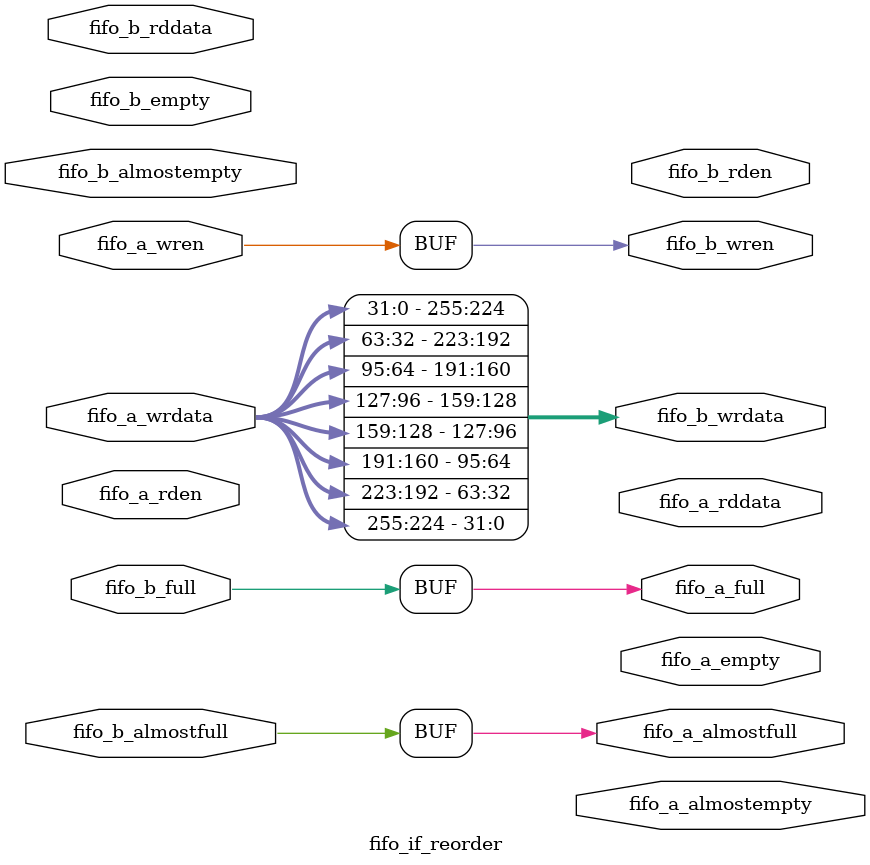
<source format=v>
module fifo_if_reorder #(
		parameter IF_TYPE = "WRITE",
		parameter IF_WIDTH = 256,
		parameter DIVISOR = 8
	)(
		// fifo write if a slv
		input [IF_WIDTH-1:0] fifo_a_wrdata,
		input fifo_a_wren,
		output fifo_a_full,
		output fifo_a_almostfull,
		// fifo write if b mst
		output [IF_WIDTH-1:0] fifo_b_wrdata,
		output fifo_b_wren,
		input fifo_b_full,
		input fifo_b_almostfull,
		// fifo read if a slv
		output [IF_WIDTH-1:0] fifo_a_rddata,
		input fifo_a_rden,
		output fifo_a_empty,
		output fifo_a_almostempty,
		// fifo read if b mst
		input [IF_WIDTH-1:0] fifo_b_rddata,
		output fifo_b_rden,
		input fifo_b_empty,
		input fifo_b_almostempty
	);

	localparam BASE_WIDTH_COEF = DIVISOR;
	localparam BASE_WIDTH = IF_WIDTH/DIVISOR;

	genvar i;

	generate
		if(IF_TYPE=="WRITE") begin
			assign fifo_b_wren = fifo_a_wren;
			assign fifo_a_full = fifo_b_full;
			assign fifo_a_almostfull = fifo_b_almostfull;
			for(i=0; i<BASE_WIDTH_COEF; i=i+1) begin
				assign fifo_b_wrdata[BASE_WIDTH*i +: BASE_WIDTH] = fifo_a_wrdata[BASE_WIDTH*(BASE_WIDTH_COEF-i-1) +: BASE_WIDTH];
			end
		end
	endgenerate

	generate
		if(IF_TYPE=="READ") begin
			assign fifo_b_rden = fifo_a_rden;
			assign fifo_a_empty = fifo_b_empty;
			assign fifo_a_almostempty = fifo_b_almostempty;
			for(i=0; i<BASE_WIDTH_COEF; i=i+1) begin
				assign fifo_a_rddata[BASE_WIDTH*i +: BASE_WIDTH] = fifo_b_rddata[BASE_WIDTH*(BASE_WIDTH_COEF-i-1) +: BASE_WIDTH];
			end
		end
	endgenerate

endmodule
</source>
